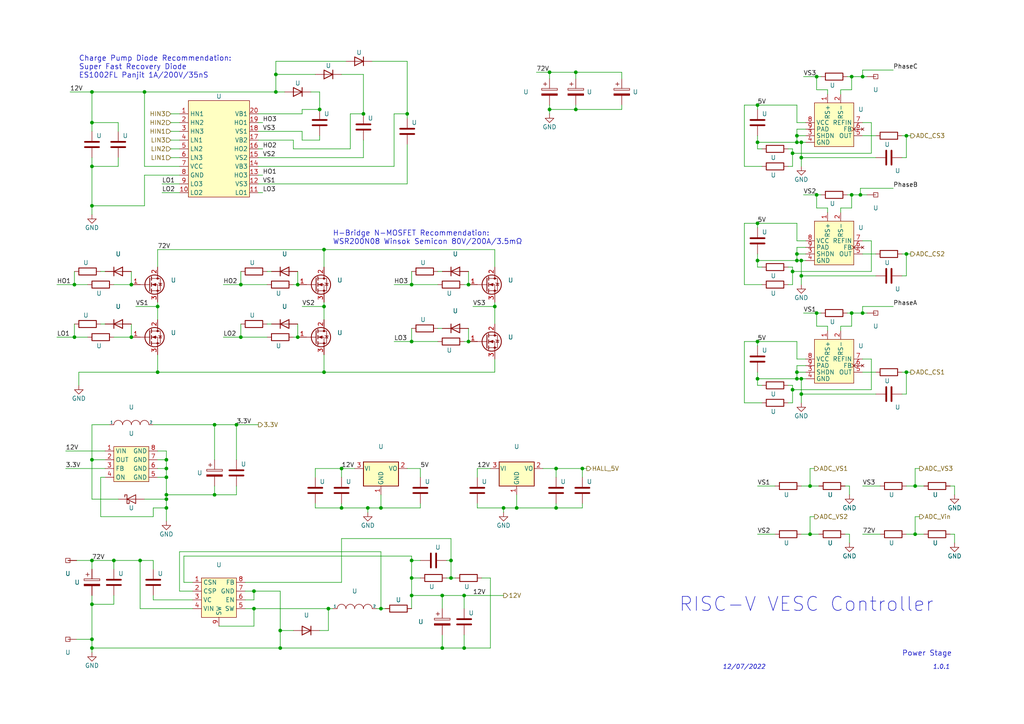
<source format=kicad_sch>
(kicad_sch (version 20220404) (generator eeschema)
  (paper "A4")
  (junction (at 48.26 143.51))
  (junction (at 69.85 82.55))
  (junction (at 250.19 90.805))
  (junction (at 62.23 123.19))
  (junction (at 26.67 133.35))
  (junction (at 134.62 172.72))
  (junction (at 69.85 97.79))
  (junction (at 167.005 31.75))
  (junction (at 62.23 143.51))
  (junction (at 229.87 78.74))
  (junction (at 236.855 90.805))
  (junction (at 119.38 99.06))
  (junction (at 231.14 75.565))
  (junction (at 48.26 144.78))
  (junction (at 236.855 22.225))
  (junction (at 219.71 99.06))
  (junction (at 265.43 154.94))
  (junction (at 219.71 109.855))
  (junction (at 118.11 33.02))
  (junction (at 38.1 82.55))
  (junction (at 110.49 147.32))
  (junction (at 231.14 109.855))
  (junction (at 21.59 82.55))
  (junction (at 45.72 107.95))
  (junction (at 232.41 75.565))
  (junction (at 73.66 176.53))
  (junction (at 93.98 72.39))
  (junction (at 86.36 82.55))
  (junction (at 262.89 39.37))
  (junction (at 262.89 107.95))
  (junction (at 232.41 114.3))
  (junction (at 95.25 176.53))
  (junction (at 110.49 176.53))
  (junction (at 92.71 31.75))
  (junction (at 247.015 22.225))
  (junction (at 265.43 140.97))
  (junction (at 119.38 172.72))
  (junction (at 130.81 162.56))
  (junction (at 231.14 107.95))
  (junction (at 161.29 135.89))
  (junction (at 68.58 123.19))
  (junction (at 48.26 135.89))
  (junction (at 86.36 97.79))
  (junction (at 21.59 97.79))
  (junction (at 249.555 56.515))
  (junction (at 93.98 107.95))
  (junction (at 119.38 162.56))
  (junction (at 26.67 175.26))
  (junction (at 146.05 147.32))
  (junction (at 119.38 167.64))
  (junction (at 250.19 22.225))
  (junction (at 229.87 113.03))
  (junction (at 262.89 73.66))
  (junction (at 159.385 20.955))
  (junction (at 26.67 185.42))
  (junction (at 99.06 147.32))
  (junction (at 80.01 21.59))
  (junction (at 41.91 26.67))
  (junction (at 119.38 82.55))
  (junction (at 149.86 147.32))
  (junction (at 48.26 147.32))
  (junction (at 236.855 56.515))
  (junction (at 80.01 26.67))
  (junction (at 26.67 187.96))
  (junction (at 234.95 154.94))
  (junction (at 99.06 135.89))
  (junction (at 219.71 30.48))
  (junction (at 232.41 45.72))
  (junction (at 105.41 33.02))
  (junction (at 128.27 172.72))
  (junction (at 135.89 82.55))
  (junction (at 38.1 97.79))
  (junction (at 128.27 187.96))
  (junction (at 106.68 147.32))
  (junction (at 48.26 133.35))
  (junction (at 130.81 167.64))
  (junction (at 135.89 99.06))
  (junction (at 33.02 162.56))
  (junction (at 232.41 80.01))
  (junction (at 231.14 41.275))
  (junction (at 26.67 48.26))
  (junction (at 26.67 35.56))
  (junction (at 73.66 171.45))
  (junction (at 45.72 88.9))
  (junction (at 247.015 90.805))
  (junction (at 168.91 135.89))
  (junction (at 81.28 182.88))
  (junction (at 232.41 109.855))
  (junction (at 219.71 75.565))
  (junction (at 134.62 187.96))
  (junction (at 234.95 140.97))
  (junction (at 219.71 41.275))
  (junction (at 40.64 162.56))
  (junction (at 143.51 88.9))
  (junction (at 247.015 56.515))
  (junction (at 26.67 59.69))
  (junction (at 231.14 39.37))
  (junction (at 231.14 73.66))
  (junction (at 167.005 20.955))
  (junction (at 81.28 187.96))
  (junction (at 48.26 138.43))
  (junction (at 26.67 26.67))
  (junction (at 229.87 44.45))
  (junction (at 159.385 31.75))
  (junction (at 26.67 162.56))
  (junction (at 93.98 88.9))
  (junction (at 219.71 64.77))
  (junction (at 232.41 41.275))
  (junction (at 161.29 147.32))
  (wire (pts (xy 247.015 22.225) (xy 250.19 22.225)))
  (wire (pts (xy 26.67 165.1) (xy 26.67 162.56)))
  (wire (pts (xy 105.41 45.72) (xy 105.41 40.64)))
  (wire (pts (xy 231.14 39.37) (xy 231.14 41.275)))
  (wire (pts (xy 275.59 140.97) (xy 276.86 140.97)))
  (wire (pts (xy 30.48 133.35) (xy 26.67 133.35)))
  (wire (pts (xy 26.67 172.72) (xy 26.67 175.26)))
  (wire (pts (xy 77.47 78.74) (xy 78.74 78.74)))
  (wire (pts (xy 262.89 39.37) (xy 264.16 39.37)))
  (wire (pts (xy 180.34 31.75) (xy 167.005 31.75)))
  (wire (pts (xy 77.47 82.55) (xy 69.85 82.55)))
  (wire (pts (xy 247.015 90.805) (xy 245.745 90.805)))
  (wire (pts (xy 220.98 77.47) (xy 219.71 77.47)))
  (wire (pts (xy 229.87 44.45) (xy 229.87 48.26)))
  (wire (pts (xy 229.87 43.18) (xy 228.6 43.18)))
  (wire (pts (xy 232.41 41.275) (xy 233.68 41.275)))
  (wire (pts (xy 231.14 64.77) (xy 219.71 64.77)))
  (wire (pts (xy 101.6 33.02) (xy 105.41 33.02)))
  (wire (pts (xy 29.21 78.74) (xy 30.48 78.74)))
  (wire (pts (xy 69.85 97.79) (xy 77.47 97.79)))
  (wire (pts (xy 236.855 22.225) (xy 238.125 22.225)))
  (wire (pts (xy 71.12 176.53) (xy 73.66 176.53)))
  (wire (pts (xy 240.03 61.595) (xy 240.03 60.325)))
  (wire (pts (xy 95.25 176.53) (xy 96.52 176.53)))
  (wire (pts (xy 275.59 154.94) (xy 276.86 154.94)))
  (wire (pts (xy 167.005 31.75) (xy 159.385 31.75)))
  (wire (pts (xy 265.43 154.94) (xy 267.97 154.94)))
  (wire (pts (xy 220.98 116.84) (xy 215.9 116.84)))
  (wire (pts (xy 100.33 17.78) (xy 80.01 17.78)))
  (wire (pts (xy 250.19 73.66) (xy 254 73.66)))
  (wire (pts (xy 73.66 176.53) (xy 95.25 176.53)))
  (wire (pts (xy 134.62 99.06) (xy 135.89 99.06)))
  (wire (pts (xy 240.03 95.885) (xy 240.03 94.615)))
  (wire (pts (xy 231.14 109.855) (xy 232.41 109.855)))
  (wire (pts (xy 49.53 45.72) (xy 52.07 45.72)))
  (wire (pts (xy 22.225 162.56) (xy 26.67 162.56)))
  (wire (pts (xy 68.58 123.19) (xy 62.23 123.19)))
  (wire (pts (xy 247.015 94.615) (xy 247.015 90.805)))
  (wire (pts (xy 74.93 55.88) (xy 76.2 55.88)))
  (wire (pts (xy 262.89 107.95) (xy 262.89 114.3)))
  (wire (pts (xy 119.38 172.72) (xy 119.38 167.64)))
  (wire (pts (xy 99.06 156.21) (xy 130.81 156.21)))
  (wire (pts (xy 74.93 43.18) (xy 76.2 43.18)))
  (wire (pts (xy 41.91 59.69) (xy 41.91 50.8)))
  (wire (pts (xy 159.385 30.48) (xy 159.385 31.75)))
  (wire (pts (xy 62.23 143.51) (xy 48.26 143.51)))
  (wire (pts (xy 21.59 78.74) (xy 21.59 82.55)))
  (wire (pts (xy 254 45.72) (xy 232.41 45.72)))
  (wire (pts (xy 262.89 73.66) (xy 264.16 73.66)))
  (wire (pts (xy 261.62 107.95) (xy 262.89 107.95)))
  (wire (pts (xy 44.45 173.99) (xy 55.88 173.99)))
  (wire (pts (xy 71.12 168.91) (xy 99.06 168.91)))
  (wire (pts (xy 219.71 30.48) (xy 219.71 31.75)))
  (wire (pts (xy 93.98 72.39) (xy 93.98 77.47)))
  (wire (pts (xy 80.01 17.78) (xy 80.01 21.59)))
  (wire (pts (xy 232.41 45.72) (xy 232.41 41.275)))
  (wire (pts (xy 220.98 48.26) (xy 215.9 48.26)))
  (wire (pts (xy 52.07 160.02) (xy 52.07 171.45)))
  (wire (pts (xy 262.89 73.66) (xy 262.89 80.01)))
  (wire (pts (xy 38.1 93.98) (xy 38.1 97.79)))
  (wire (pts (xy 231.14 71.755) (xy 231.14 73.66)))
  (wire (pts (xy 236.22 149.86) (xy 234.95 149.86)))
  (wire (pts (xy 161.29 135.89) (xy 168.91 135.89)))
  (wire (pts (xy 240.03 94.615) (xy 236.855 94.615)))
  (wire (pts (xy 21.59 82.55) (xy 25.4 82.55)))
  (wire (pts (xy 44.45 162.56) (xy 40.64 162.56)))
  (wire (pts (xy 48.26 133.35) (xy 48.26 135.89)))
  (wire (pts (xy 45.72 87.63) (xy 45.72 88.9)))
  (wire (pts (xy 250.19 140.97) (xy 255.27 140.97)))
  (wire (pts (xy 231.14 69.85) (xy 231.14 64.77)))
  (wire (pts (xy 219.71 41.275) (xy 219.71 43.18)))
  (wire (pts (xy 87.63 38.1) (xy 87.63 40.64)))
  (wire (pts (xy 80.01 26.67) (xy 82.55 26.67)))
  (wire (pts (xy 109.22 176.53) (xy 110.49 176.53)))
  (wire (pts (xy 247.015 56.515) (xy 245.745 56.515)))
  (wire (pts (xy 143.51 88.9) (xy 143.51 93.98)))
  (wire (pts (xy 233.68 106.045) (xy 231.14 106.045)))
  (wire (pts (xy 68.58 140.97) (xy 68.58 143.51)))
  (wire (pts (xy 168.91 146.05) (xy 168.91 147.32)))
  (wire (pts (xy 45.72 72.39) (xy 45.72 77.47)))
  (wire (pts (xy 155.575 20.955) (xy 159.385 20.955)))
  (wire (pts (xy 243.84 94.615) (xy 247.015 94.615)))
  (wire (pts (xy 143.51 87.63) (xy 143.51 88.9)))
  (wire (pts (xy 119.38 95.25) (xy 119.38 99.06)))
  (wire (pts (xy 243.84 95.885) (xy 243.84 94.615)))
  (wire (pts (xy 52.07 171.45) (xy 55.88 171.45)))
  (wire (pts (xy 142.24 187.96) (xy 134.62 187.96)))
  (wire (pts (xy 110.49 176.53) (xy 110.49 160.02)))
  (wire (pts (xy 114.3 48.26) (xy 114.3 33.02)))
  (wire (pts (xy 119.38 176.53) (xy 119.38 172.72)))
  (wire (pts (xy 68.58 133.35) (xy 68.58 123.19)))
  (wire (pts (xy 161.29 147.32) (xy 149.86 147.32)))
  (wire (pts (xy 262.89 140.97) (xy 265.43 140.97)))
  (wire (pts (xy 99.06 135.89) (xy 102.87 135.89)))
  (wire (pts (xy 128.27 184.15) (xy 128.27 187.96)))
  (wire (pts (xy 143.51 72.39) (xy 143.51 77.47)))
  (wire (pts (xy 48.26 143.51) (xy 48.26 138.43)))
  (wire (pts (xy 119.38 82.55) (xy 127 82.55)))
  (wire (pts (xy 130.81 167.64) (xy 132.08 167.64)))
  (wire (pts (xy 34.29 45.72) (xy 34.29 48.26)))
  (wire (pts (xy 121.92 146.05) (xy 121.92 147.32)))
  (wire (pts (xy 232.41 114.3) (xy 232.41 116.84)))
  (wire (pts (xy 167.005 30.48) (xy 167.005 31.75)))
  (wire (pts (xy 233.68 37.465) (xy 231.14 37.465)))
  (wire (pts (xy 119.38 167.64) (xy 119.38 162.56)))
  (wire (pts (xy 232.41 80.01) (xy 232.41 82.55)))
  (wire (pts (xy 73.66 171.45) (xy 81.28 171.45)))
  (wire (pts (xy 249.555 54.61) (xy 249.555 56.515)))
  (wire (pts (xy 219.71 75.565) (xy 219.71 77.47)))
  (wire (pts (xy 85.09 43.18) (xy 101.6 43.18)))
  (wire (pts (xy 92.71 26.67) (xy 92.71 31.75)))
  (wire (pts (xy 99.06 146.05) (xy 99.06 147.32)))
  (wire (pts (xy 26.67 123.19) (xy 31.75 123.19)))
  (wire (pts (xy 138.43 135.89) (xy 142.24 135.89)))
  (wire (pts (xy 137.16 88.9) (xy 143.51 88.9)))
  (wire (pts (xy 26.67 185.42) (xy 26.67 187.96)))
  (wire (pts (xy 81.28 171.45) (xy 81.28 182.88)))
  (wire (pts (xy 91.44 147.32) (xy 99.06 147.32)))
  (wire (pts (xy 127 95.25) (xy 128.27 95.25)))
  (wire (pts (xy 234.95 140.97) (xy 237.49 140.97)))
  (wire (pts (xy 86.36 78.74) (xy 86.36 82.55)))
  (wire (pts (xy 33.02 162.56) (xy 33.02 165.1)))
  (wire (pts (xy 48.26 144.78) (xy 48.26 143.51)))
  (wire (pts (xy 231.14 35.56) (xy 231.14 30.48)))
  (wire (pts (xy 48.26 147.32) (xy 48.26 151.13)))
  (wire (pts (xy 229.87 111.76) (xy 228.6 111.76)))
  (wire (pts (xy 44.45 172.72) (xy 44.45 173.99)))
  (wire (pts (xy 44.45 149.86) (xy 44.45 147.32)))
  (wire (pts (xy 236.855 60.325) (xy 236.855 56.515)))
  (wire (pts (xy 49.53 40.64) (xy 52.07 40.64)))
  (wire (pts (xy 40.64 176.53) (xy 55.88 176.53)))
  (wire (pts (xy 87.63 33.02) (xy 87.63 31.75)))
  (wire (pts (xy 245.11 140.97) (xy 246.38 140.97)))
  (wire (pts (xy 46.99 55.88) (xy 52.07 55.88)))
  (wire (pts (xy 128.27 176.53) (xy 128.27 172.72)))
  (wire (pts (xy 247.015 90.805) (xy 250.19 90.805)))
  (wire (pts (xy 233.68 104.14) (xy 231.14 104.14)))
  (wire (pts (xy 118.11 34.29) (xy 118.11 33.02)))
  (wire (pts (xy 232.41 114.3) (xy 232.41 109.855)))
  (wire (pts (xy 231.14 39.37) (xy 233.68 39.37)))
  (wire (pts (xy 26.67 59.69) (xy 26.67 62.23)))
  (wire (pts (xy 64.77 82.55) (xy 69.85 82.55)))
  (wire (pts (xy 119.38 162.56) (xy 119.38 161.29)))
  (wire (pts (xy 26.67 48.26) (xy 26.67 59.69)))
  (wire (pts (xy 119.38 162.56) (xy 121.92 162.56)))
  (wire (pts (xy 86.36 93.98) (xy 86.36 97.79)))
  (wire (pts (xy 49.53 43.18) (xy 52.07 43.18)))
  (wire (pts (xy 159.385 20.955) (xy 159.385 22.86)))
  (wire (pts (xy 29.21 138.43) (xy 29.21 149.86)))
  (wire (pts (xy 22.86 107.95) (xy 45.72 107.95)))
  (wire (pts (xy 262.89 39.37) (xy 262.89 45.72)))
  (wire (pts (xy 161.29 135.89) (xy 157.48 135.89)))
  (wire (pts (xy 99.06 168.91) (xy 99.06 156.21)))
  (wire (pts (xy 135.89 78.74) (xy 135.89 82.55)))
  (wire (pts (xy 45.72 72.39) (xy 93.98 72.39)))
  (wire (pts (xy 232.41 140.97) (xy 234.95 140.97)))
  (wire (pts (xy 276.86 154.94) (xy 276.86 157.48)))
  (wire (pts (xy 46.99 53.34) (xy 52.07 53.34)))
  (wire (pts (xy 247.015 56.515) (xy 249.555 56.515)))
  (wire (pts (xy 34.29 38.1) (xy 34.29 35.56)))
  (wire (pts (xy 139.7 167.64) (xy 142.24 167.64)))
  (wire (pts (xy 64.77 97.79) (xy 69.85 97.79)))
  (wire (pts (xy 73.66 173.99) (xy 73.66 171.45)))
  (wire (pts (xy 250.19 69.85) (xy 252.73 69.85)))
  (wire (pts (xy 220.98 43.18) (xy 219.71 43.18)))
  (wire (pts (xy 68.58 123.19) (xy 74.93 123.19)))
  (wire (pts (xy 101.6 43.18) (xy 101.6 33.02)))
  (wire (pts (xy 22.225 185.42) (xy 26.67 185.42)))
  (wire (pts (xy 119.38 78.74) (xy 119.38 82.55)))
  (wire (pts (xy 265.43 135.89) (xy 265.43 140.97)))
  (wire (pts (xy 219.71 73.66) (xy 219.71 75.565)))
  (wire (pts (xy 220.98 111.76) (xy 219.71 111.76)))
  (wire (pts (xy 262.89 154.94) (xy 265.43 154.94)))
  (wire (pts (xy 85.09 97.79) (xy 86.36 97.79)))
  (wire (pts (xy 252.73 113.03) (xy 229.87 113.03)))
  (wire (pts (xy 74.93 53.34) (xy 118.11 53.34)))
  (wire (pts (xy 265.43 140.97) (xy 267.97 140.97)))
  (wire (pts (xy 110.49 176.53) (xy 111.76 176.53)))
  (wire (pts (xy 52.07 48.26) (xy 41.91 48.26)))
  (wire (pts (xy 250.19 35.56) (xy 252.73 35.56)))
  (wire (pts (xy 41.91 50.8) (xy 52.07 50.8)))
  (wire (pts (xy 219.71 140.97) (xy 224.79 140.97)))
  (wire (pts (xy 110.49 147.32) (xy 106.68 147.32)))
  (wire (pts (xy 247.015 26.035) (xy 247.015 22.225)))
  (wire (pts (xy 45.72 107.95) (xy 93.98 107.95)))
  (wire (pts (xy 232.41 75.565) (xy 233.68 75.565)))
  (wire (pts (xy 250.19 90.805) (xy 251.46 90.805)))
  (wire (pts (xy 85.09 82.55) (xy 86.36 82.55)))
  (wire (pts (xy 53.34 161.29) (xy 53.34 168.91)))
  (wire (pts (xy 233.045 90.805) (xy 236.855 90.805)))
  (wire (pts (xy 245.11 154.94) (xy 246.38 154.94)))
  (wire (pts (xy 254 114.3) (xy 232.41 114.3)))
  (wire (pts (xy 219.71 107.95) (xy 219.71 109.855)))
  (wire (pts (xy 134.62 184.15) (xy 134.62 187.96)))
  (wire (pts (xy 138.43 147.32) (xy 146.05 147.32)))
  (wire (pts (xy 250.19 20.32) (xy 250.19 22.225)))
  (wire (pts (xy 130.81 156.21) (xy 130.81 162.56)))
  (wire (pts (xy 134.62 176.53) (xy 134.62 172.72)))
  (wire (pts (xy 74.93 45.72) (xy 105.41 45.72)))
  (wire (pts (xy 49.53 33.02) (xy 52.07 33.02)))
  (wire (pts (xy 231.14 107.95) (xy 231.14 109.855)))
  (wire (pts (xy 243.84 60.325) (xy 247.015 60.325)))
  (wire (pts (xy 252.73 78.74) (xy 229.87 78.74)))
  (wire (pts (xy 252.73 69.85) (xy 252.73 78.74)))
  (wire (pts (xy 91.44 138.43) (xy 91.44 135.89)))
  (wire (pts (xy 71.12 171.45) (xy 73.66 171.45)))
  (wire (pts (xy 233.045 56.515) (xy 236.855 56.515)))
  (wire (pts (xy 118.11 17.78) (xy 118.11 33.02)))
  (wire (pts (xy 261.62 73.66) (xy 262.89 73.66)))
  (wire (pts (xy 26.67 133.35) (xy 26.67 123.19)))
  (wire (pts (xy 161.29 138.43) (xy 161.29 135.89)))
  (wire (pts (xy 252.73 35.56) (xy 252.73 44.45)))
  (wire (pts (xy 231.14 41.275) (xy 232.41 41.275)))
  (wire (pts (xy 20.32 26.67) (xy 26.67 26.67)))
  (wire (pts (xy 231.14 99.06) (xy 219.71 99.06)))
  (wire (pts (xy 143.51 104.14) (xy 143.51 107.95)))
  (wire (pts (xy 232.41 45.72) (xy 232.41 48.26)))
  (wire (pts (xy 262.89 80.01) (xy 261.62 80.01)))
  (wire (pts (xy 21.59 93.98) (xy 21.59 97.79)))
  (wire (pts (xy 92.71 182.88) (xy 95.25 182.88)))
  (wire (pts (xy 233.68 69.85) (xy 231.14 69.85)))
  (wire (pts (xy 91.44 135.89) (xy 99.06 135.89)))
  (wire (pts (xy 33.02 97.79) (xy 38.1 97.79)))
  (wire (pts (xy 229.87 44.45) (xy 229.87 43.18)))
  (wire (pts (xy 29.21 149.86) (xy 44.45 149.86)))
  (wire (pts (xy 236.855 90.805) (xy 238.125 90.805)))
  (wire (pts (xy 33.02 172.72) (xy 33.02 175.26)))
  (wire (pts (xy 236.22 135.89) (xy 234.95 135.89)))
  (wire (pts (xy 233.68 35.56) (xy 231.14 35.56)))
  (wire (pts (xy 138.43 138.43) (xy 138.43 135.89)))
  (wire (pts (xy 95.25 182.88) (xy 95.25 176.53)))
  (wire (pts (xy 240.03 60.325) (xy 236.855 60.325)))
  (wire (pts (xy 228.6 48.26) (xy 229.87 48.26)))
  (wire (pts (xy 99.06 138.43) (xy 99.06 135.89)))
  (wire (pts (xy 33.02 82.55) (xy 38.1 82.55)))
  (wire (pts (xy 229.87 78.74) (xy 229.87 77.47)))
  (wire (pts (xy 119.38 99.06) (xy 127 99.06)))
  (wire (pts (xy 243.84 26.035) (xy 247.015 26.035)))
  (wire (pts (xy 266.7 149.86) (xy 265.43 149.86)))
  (wire (pts (xy 215.9 48.26) (xy 215.9 30.48)))
  (wire (pts (xy 146.05 147.32) (xy 146.05 148.59)))
  (wire (pts (xy 48.26 144.78) (xy 48.26 147.32)))
  (wire (pts (xy 250.19 22.225) (xy 251.46 22.225)))
  (wire (pts (xy 167.005 22.86) (xy 167.005 20.955)))
  (wire (pts (xy 62.23 123.19) (xy 44.45 123.19)))
  (wire (pts (xy 168.91 135.89) (xy 168.91 138.43)))
  (wire (pts (xy 129.54 167.64) (xy 130.81 167.64)))
  (wire (pts (xy 168.91 135.89) (xy 170.18 135.89)))
  (wire (pts (xy 26.67 175.26) (xy 26.67 185.42)))
  (wire (pts (xy 243.84 61.595) (xy 243.84 60.325)))
  (wire (pts (xy 259.08 54.61) (xy 249.555 54.61)))
  (wire (pts (xy 41.91 48.26) (xy 41.91 26.67)))
  (wire (pts (xy 233.68 71.755) (xy 231.14 71.755)))
  (wire (pts (xy 62.23 133.35) (xy 62.23 123.19)))
  (wire (pts (xy 262.89 107.95) (xy 264.16 107.95)))
  (wire (pts (xy 234.95 135.89) (xy 234.95 140.97)))
  (wire (pts (xy 249.555 56.515) (xy 251.46 56.515)))
  (wire (pts (xy 240.03 27.305) (xy 240.03 26.035)))
  (wire (pts (xy 93.98 88.9) (xy 93.98 92.71)))
  (wire (pts (xy 236.855 56.515) (xy 238.125 56.515)))
  (wire (pts (xy 234.95 149.86) (xy 234.95 154.94)))
  (wire (pts (xy 53.34 168.91) (xy 55.88 168.91)))
  (wire (pts (xy 48.26 138.43) (xy 45.72 138.43)))
  (wire (pts (xy 110.49 143.51) (xy 110.49 147.32)))
  (wire (pts (xy 259.08 20.32) (xy 250.19 20.32)))
  (wire (pts (xy 39.37 88.9) (xy 45.72 88.9)))
  (wire (pts (xy 87.63 88.9) (xy 93.98 88.9)))
  (wire (pts (xy 69.85 82.55) (xy 69.85 78.74)))
  (wire (pts (xy 128.27 172.72) (xy 119.38 172.72)))
  (wire (pts (xy 26.67 35.56) (xy 26.67 38.1)))
  (wire (pts (xy 142.24 167.64) (xy 142.24 187.96)))
  (wire (pts (xy 74.93 38.1) (xy 87.63 38.1)))
  (wire (pts (xy 45.72 102.87) (xy 45.72 107.95)))
  (wire (pts (xy 232.41 80.01) (xy 232.41 75.565)))
  (wire (pts (xy 69.85 93.98) (xy 69.85 97.79)))
  (wire (pts (xy 231.14 104.14) (xy 231.14 99.06)))
  (wire (pts (xy 33.02 175.26) (xy 26.67 175.26)))
  (wire (pts (xy 134.62 187.96) (xy 128.27 187.96)))
  (wire (pts (xy 246.38 140.97) (xy 246.38 143.51)))
  (wire (pts (xy 252.73 104.14) (xy 252.73 113.03)))
  (wire (pts (xy 74.93 40.64) (xy 85.09 40.64)))
  (wire (pts (xy 215.9 99.06) (xy 219.71 99.06)))
  (wire (pts (xy 91.44 21.59) (xy 80.01 21.59)))
  (wire (pts (xy 26.67 144.78) (xy 26.67 133.35)))
  (wire (pts (xy 161.29 146.05) (xy 161.29 147.32)))
  (wire (pts (xy 105.41 21.59) (xy 105.41 33.02)))
  (wire (pts (xy 215.9 30.48) (xy 219.71 30.48)))
  (wire (pts (xy 26.67 26.67) (xy 41.91 26.67)))
  (wire (pts (xy 266.7 135.89) (xy 265.43 135.89)))
  (wire (pts (xy 180.34 30.48) (xy 180.34 31.75)))
  (wire (pts (xy 29.21 93.98) (xy 30.48 93.98)))
  (wire (pts (xy 34.29 48.26) (xy 26.67 48.26)))
  (wire (pts (xy 252.73 44.45) (xy 229.87 44.45)))
  (wire (pts (xy 16.51 82.55) (xy 21.59 82.55)))
  (wire (pts (xy 243.84 27.305) (xy 243.84 26.035)))
  (wire (pts (xy 93.98 107.95) (xy 143.51 107.95)))
  (wire (pts (xy 45.72 130.81) (xy 48.26 130.81)))
  (wire (pts (xy 81.28 187.96) (xy 81.28 182.88)))
  (wire (pts (xy 107.95 17.78) (xy 118.11 17.78)))
  (wire (pts (xy 93.98 107.95) (xy 93.98 102.87)))
  (wire (pts (xy 240.03 26.035) (xy 236.855 26.035)))
  (wire (pts (xy 219.71 109.855) (xy 219.71 111.76)))
  (wire (pts (xy 48.26 130.81) (xy 48.26 133.35)))
  (wire (pts (xy 215.9 64.77) (xy 219.71 64.77)))
  (wire (pts (xy 250.19 104.14) (xy 252.73 104.14)))
  (wire (pts (xy 250.19 154.94) (xy 255.27 154.94)))
  (wire (pts (xy 254 80.01) (xy 232.41 80.01)))
  (wire (pts (xy 229.87 78.74) (xy 229.87 82.55)))
  (wire (pts (xy 74.93 48.26) (xy 114.3 48.26)))
  (wire (pts (xy 114.3 99.06) (xy 119.38 99.06)))
  (wire (pts (xy 247.015 22.225) (xy 245.745 22.225)))
  (wire (pts (xy 219.71 109.855) (xy 231.14 109.855)))
  (wire (pts (xy 127 78.74) (xy 128.27 78.74)))
  (wire (pts (xy 233.045 22.225) (xy 236.855 22.225)))
  (wire (pts (xy 40.64 162.56) (xy 33.02 162.56)))
  (wire (pts (xy 114.3 33.02) (xy 118.11 33.02)))
  (wire (pts (xy 231.14 107.95) (xy 233.68 107.95)))
  (wire (pts (xy 45.72 133.35) (xy 48.26 133.35)))
  (wire (pts (xy 250.19 39.37) (xy 254 39.37)))
  (wire (pts (xy 68.58 143.51) (xy 62.23 143.51)))
  (wire (pts (xy 92.71 40.64) (xy 92.71 39.37)))
  (wire (pts (xy 229.87 77.47) (xy 228.6 77.47)))
  (wire (pts (xy 80.01 21.59) (xy 80.01 26.67)))
  (wire (pts (xy 231.14 37.465) (xy 231.14 39.37)))
  (wire (pts (xy 49.53 35.56) (xy 52.07 35.56)))
  (wire (pts (xy 26.67 45.72) (xy 26.67 48.26)))
  (wire (pts (xy 134.62 82.55) (xy 135.89 82.55)))
  (wire (pts (xy 135.89 95.25) (xy 135.89 99.06)))
  (wire (pts (xy 231.14 75.565) (xy 232.41 75.565)))
  (wire (pts (xy 129.54 162.56) (xy 130.81 162.56)))
  (wire (pts (xy 228.6 82.55) (xy 229.87 82.55)))
  (wire (pts (xy 49.53 38.1) (xy 52.07 38.1)))
  (wire (pts (xy 261.62 39.37) (xy 262.89 39.37)))
  (wire (pts (xy 26.67 187.96) (xy 81.28 187.96)))
  (wire (pts (xy 106.68 147.32) (xy 106.68 148.59)))
  (wire (pts (xy 71.12 173.99) (xy 73.66 173.99)))
  (wire (pts (xy 73.66 181.61) (xy 73.66 176.53)))
  (wire (pts (xy 232.41 109.855) (xy 233.68 109.855)))
  (wire (pts (xy 231.14 30.48) (xy 219.71 30.48)))
  (wire (pts (xy 81.28 182.88) (xy 85.09 182.88)))
  (wire (pts (xy 229.87 113.03) (xy 229.87 111.76)))
  (wire (pts (xy 93.98 72.39) (xy 143.51 72.39)))
  (wire (pts (xy 250.19 107.95) (xy 254 107.95)))
  (wire (pts (xy 77.47 93.98) (xy 78.74 93.98)))
  (wire (pts (xy 45.72 135.89) (xy 48.26 135.89)))
  (wire (pts (xy 246.38 154.94) (xy 246.38 157.48)))
  (wire (pts (xy 220.98 82.55) (xy 215.9 82.55)))
  (wire (pts (xy 87.63 40.64) (xy 92.71 40.64)))
  (wire (pts (xy 231.14 106.045) (xy 231.14 107.95)))
  (wire (pts (xy 134.62 172.72) (xy 146.05 172.72)))
  (wire (pts (xy 138.43 146.05) (xy 138.43 147.32)))
  (wire (pts (xy 134.62 172.72) (xy 128.27 172.72)))
  (wire (pts (xy 93.98 87.63) (xy 93.98 88.9)))
  (wire (pts (xy 16.51 97.79) (xy 21.59 97.79)))
  (wire (pts (xy 41.91 144.78) (xy 48.26 144.78)))
  (wire (pts (xy 74.93 50.8) (xy 76.2 50.8)))
  (wire (pts (xy 159.385 20.955) (xy 167.005 20.955)))
  (wire (pts (xy 99.06 21.59) (xy 105.41 21.59)))
  (wire (pts (xy 99.06 147.32) (xy 106.68 147.32)))
  (wire (pts (xy 19.05 135.89) (xy 30.48 135.89)))
  (wire (pts (xy 234.95 154.94) (xy 237.49 154.94)))
  (wire (pts (xy 121.92 135.89) (xy 118.11 135.89)))
  (wire (pts (xy 159.385 31.75) (xy 159.385 33.02)))
  (wire (pts (xy 119.38 161.29) (xy 53.34 161.29)))
  (wire (pts (xy 121.92 147.32) (xy 110.49 147.32)))
  (wire (pts (xy 215.9 116.84) (xy 215.9 99.06)))
  (wire (pts (xy 250.19 88.9) (xy 250.19 90.805)))
  (wire (pts (xy 62.23 140.97) (xy 62.23 143.51)))
  (wire (pts (xy 114.3 82.55) (xy 119.38 82.55)))
  (wire (pts (xy 262.89 114.3) (xy 261.62 114.3)))
  (wire (pts (xy 228.6 116.84) (xy 229.87 116.84)))
  (wire (pts (xy 180.34 22.86) (xy 180.34 20.955)))
  (wire (pts (xy 232.41 154.94) (xy 234.95 154.94)))
  (wire (pts (xy 236.855 26.035) (xy 236.855 22.225)))
  (wire (pts (xy 149.86 147.32) (xy 146.05 147.32)))
  (wire (pts (xy 130.81 162.56) (xy 130.81 167.64)))
  (wire (pts (xy 259.08 88.9) (xy 250.19 88.9)))
  (wire (pts (xy 219.71 41.275) (xy 231.14 41.275)))
  (wire (pts (xy 63.5 181.61) (xy 73.66 181.61)))
  (wire (pts (xy 92.71 26.67) (xy 90.17 26.67)))
  (wire (pts (xy 48.26 135.89) (xy 48.26 138.43)))
  (wire (pts (xy 41.91 26.67) (xy 80.01 26.67)))
  (wire (pts (xy 85.09 40.64) (xy 85.09 43.18)))
  (wire (pts (xy 231.14 73.66) (xy 231.14 75.565)))
  (wire (pts (xy 229.87 113.03) (xy 229.87 116.84)))
  (wire (pts (xy 76.2 35.56) (xy 74.93 35.56)))
  (wire (pts (xy 247.015 60.325) (xy 247.015 56.515)))
  (wire (pts (xy 26.67 187.96) (xy 26.67 189.23)))
  (wire (pts (xy 19.05 130.81) (xy 30.48 130.81)))
  (wire (pts (xy 128.27 187.96) (xy 81.28 187.96)))
  (wire (pts (xy 40.64 176.53) (xy 40.64 162.56)))
  (wire (pts (xy 231.14 73.66) (xy 233.68 73.66)))
  (wire (pts (xy 276.86 140.97) (xy 276.86 143.51)))
  (wire (pts (xy 219.71 154.94) (xy 224.79 154.94)))
  (wire (pts (xy 44.45 165.1) (xy 44.45 162.56)))
  (wire (pts (xy 30.48 138.43) (xy 29.21 138.43)))
  (wire (pts (xy 87.63 31.75) (xy 92.71 31.75)))
  (wire (pts (xy 110.49 160.02) (xy 52.07 160.02)))
  (wire (pts (xy 219.71 39.37) (xy 219.71 41.275)))
  (wire (pts (xy 44.45 147.32) (xy 48.26 147.32)))
  (wire (pts (xy 121.92 138.43) (xy 121.92 135.89)))
  (wire (pts (xy 161.29 147.32) (xy 168.91 147.32)))
  (wire (pts (xy 21.59 97.79) (xy 25.4 97.79)))
  (wire (pts (xy 236.855 94.615) (xy 236.855 90.805)))
  (wire (pts (xy 26.67 162.56) (xy 33.02 162.56)))
  (wire (pts (xy 45.72 88.9) (xy 45.72 92.71)))
  (wire (pts (xy 180.34 20.955) (xy 167.005 20.955)))
  (wire (pts (xy 219.71 75.565) (xy 231.14 75.565)))
  (wire (pts (xy 215.9 82.55) (xy 215.9 64.77)))
  (wire (pts (xy 265.43 149.86) (xy 265.43 154.94)))
  (wire (pts (xy 38.1 78.74) (xy 38.1 82.55)))
  (wire (pts (xy 262.89 45.72) (xy 261.62 45.72)))
  (wire (pts (xy 26.67 59.69) (xy 41.91 59.69)))
  (wire (pts (xy 22.86 107.95) (xy 22.86 111.76)))
  (wire (pts (xy 219.71 99.06) (xy 219.71 100.33)))
  (wire (pts (xy 118.11 41.91) (xy 118.11 53.34)))
  (wire (pts (xy 26.67 26.67) (xy 26.67 35.56)))
  (wire (pts (xy 34.29 35.56) (xy 26.67 35.56)))
  (wire (pts (xy 219.71 64.77) (xy 219.71 66.04)))
  (wire (pts (xy 91.44 146.05) (xy 91.44 147.32)))
  (wire (pts (xy 26.67 144.78) (xy 34.29 144.78)))
  (wire (pts (xy 74.93 33.02) (xy 87.63 33.02)))
  (wire (pts (xy 119.38 167.64) (xy 121.92 167.64)))
  (wire (pts (xy 149.86 143.51) (xy 149.86 147.32)))
  (text "Charge Pump Diode Recommendation:\nSuper Fast Recovery Diode\nES1002FL Panjit 1A/200V/35nS\n" (at 22.86 22.86 0) (effects (font (size 1.524 1.524)) (justify left bottom)))
  (text "1.0.1" (at 270.51 194.31 0) (effects (font (size 1.27 1.27) italic) (justify left bottom)))
  (text "H-Bridge N-MOSFET Recommendation:\nWSR200N08 Winsok Semicon 80V/200A/3.5mΩ" (at 96.52 71.12 0) (effects (font (size 1.524 1.524)) (justify left bottom)))
  (text "12/07/2022" (at 209.55 194.31 0) (effects (font (size 1.27 1.27) italic) (justify left bottom)))
  (text "Power Stage" (at 261.62 190.5 0) (effects (font (size 1.524 1.524)) (justify left bottom)))
  (text "RISC-V VESC Controller" (at 196.85 177.8 0) (effects (font (size 4.064 4.064)) (justify left bottom)))
  (label "VS3" (at 137.16 88.9 0))
  (label "5V" (at 219.71 99.06 0))
  (label "12V" (at 138.43 135.89 0))
  (label "VS2" (at 233.045 56.515 0))
  (label "VS3" (at 233.045 22.225 0))
  (label "HO2" (at 76.2 43.18 0))
  (label "5V" (at 219.71 30.48 0))
  (label "LO3" (at 114.3 99.06 0))
  (label "VS1" (at 76.2 53.34 0))
  (label "72V" (at 250.19 154.94 0))
  (label "12V" (at 137.16 172.72 0))
  (label "3.3V" (at 19.05 135.89 0))
  (label "HO3" (at 76.2 35.56 0))
  (label "LO2" (at 46.99 55.88 0))
  (label "VS2" (at 219.71 154.94 0))
  (label "5V" (at 219.71 64.77 0))
  (label "LO1" (at 46.99 53.34 0))
  (label "HO2" (at 64.77 82.55 0))
  (label "VS2" (at 87.63 88.9 0))
  (label "VS2" (at 76.2 45.72 0))
  (label "HO1" (at 16.51 82.55 0))
  (label "5V" (at 121.92 135.89 0))
  (label "12V" (at 99.06 135.89 0))
  (label "PhaseB" (at 259.08 54.61 0))
  (label "LO2" (at 64.77 97.79 0))
  (label "VS1" (at 233.045 90.805 0))
  (label "3.3V" (at 68.58 123.19 0))
  (label "VS3" (at 250.19 140.97 0))
  (label "VS1" (at 39.37 88.9 0))
  (label "PhaseC" (at 259.08 20.32 0))
  (label "12V" (at 20.32 26.67 0))
  (label "VS3" (at 76.2 38.1 0))
  (label "72V" (at 155.575 20.955 0))
  (label "LO1" (at 16.51 97.79 0))
  (label "PhaseA" (at 259.08 88.9 0))
  (label "72V" (at 45.72 72.39 0))
  (label "12V" (at 19.05 130.81 0))
  (label "LO3" (at 76.2 55.88 0))
  (label "VS1" (at 219.71 140.97 0))
  (label "HO1" (at 76.2 50.8 0))
  (label "HO3" (at 114.3 82.55 0))
  (label "72V" (at 26.67 162.56 0))
  (hierarchical_label "ADC_CS3" (shape output) (at 264.16 39.37 0))
  (hierarchical_label "LIN2" (shape input) (at 49.53 43.18 180))
  (hierarchical_label "3.3V" (shape output) (at 74.93 123.19 0))
  (hierarchical_label "LIN3" (shape input) (at 49.53 40.64 180))
  (hierarchical_label "LIN1" (shape input) (at 49.53 45.72 180))
  (hierarchical_label "ADC_VS1" (shape output) (at 236.22 135.89 0))
  (hierarchical_label "ADC_VS2" (shape output) (at 236.22 149.86 0))
  (hierarchical_label "HIN1" (shape input) (at 49.53 38.1 180))
  (hierarchical_label "ADC_CS1" (shape output) (at 264.16 107.95 0))
  (hierarchical_label "ADC_VS3" (shape output) (at 266.7 135.89 0))
  (hierarchical_label "HIN3" (shape input) (at 49.53 33.02 180))
  (hierarchical_label "ADC_Vin" (shape output) (at 266.7 149.86 0))
  (hierarchical_label "HIN2" (shape input) (at 49.53 35.56 180))
  (hierarchical_label "HALL_5V" (shape output) (at 170.18 135.89 0))
  (hierarchical_label "12V" (shape output) (at 146.05 172.72 0))
  (hierarchical_label "ADC_CS2" (shape output) (at 264.16 73.66 0))
  (symbol (lib_id "Device:R") (at 271.78 140.97 90) (unit 1)
    (default_instance (reference "U") (unit 1) (value "") (footprint ""))
    (property "Reference" "U" (at 270.51 143.51 90) (effects (justify right)))
  )
  (symbol (lib_id "Device:C") (at 33.02 168.91 0) (unit 1)
    (default_instance (reference "U") (unit 1) (value "") (footprint ""))
    (property "Reference" "U" (at 34.29 166.37 0) (effects (justify left)))
  )
  (symbol (lib_id "Device:C") (at 92.71 35.56 0) (unit 1)
    (default_instance (reference "U") (unit 1) (value "") (footprint ""))
    (property "Reference" "U" (at 93.98 33.02 0) (effects (justify left)))
  )
  (symbol (lib_id "Regulator_Linear:MCP1703A-5002_SOT23") (at 149.86 135.89 0) (unit 1)
    (default_instance (reference "U") (unit 1) (value "") (footprint ""))
    (property "Reference" "U" (at 149.86 129.54 0))
    (property "Datasheet" "http://ww1.microchip.com/downloads/en/DeviceDoc/20005122B.pdf" (effects hide))
  )
  (symbol (lib_id "Device:R") (at 259.08 140.97 90) (unit 1)
    (default_instance (reference "U") (unit 1) (value "") (footprint ""))
    (property "Reference" "U" (at 257.81 143.51 90) (effects (justify right)))
  )
  (symbol (lib_name "CON-T_4") (lib_id "BLDC_Library:CON-T") (at 251.46 56.515 0) (mirror y) (unit 1)
    (default_instance (reference "U") (unit 1) (value "") (footprint ""))
    (property "Reference" "U" (at 254 60.325 0))
  )
  (symbol (lib_id "Device:R") (at 228.6 140.97 90) (unit 1)
    (default_instance (reference "U") (unit 1) (value "") (footprint ""))
    (property "Reference" "U" (at 227.33 143.51 90) (effects (justify right)))
  )
  (symbol (lib_id "Device:C") (at 257.81 114.3 90) (unit 1)
    (default_instance (reference "U") (unit 1) (value "") (footprint ""))
    (property "Reference" "U" (at 260.35 118.11 90))
  )
  (symbol (lib_id "Device:Q_NMOS_GDS") (at 43.18 82.55 0) (unit 1)
    (default_instance (reference "U") (unit 1) (value "") (footprint ""))
    (property "Reference" "U" (at 49.53 81.2799 0) (effects (justify left)))
  )
  (symbol (lib_id "Diode:PMEG6020AELR") (at 38.1 144.78 0) (unit 1)
    (default_instance (reference "U") (unit 1) (value "") (footprint ""))
    (property "Reference" "U" (at 38.1 147.32 0))
    (property "Datasheet" "https://assets.nexperia.com/documents/data-sheet/PMEG6020AELR.pdf" (effects hide))
  )
  (symbol (lib_id "BLDC_Library:MAX9919") (at 241.935 99.695 0) (unit 1)
    (default_instance (reference "U") (unit 1) (value "") (footprint ""))
    (property "Reference" "U" (at 248.92 100.33 0) (effects (justify left)))
  )
  (symbol (lib_id "Device:C") (at 125.73 162.56 90) (unit 1)
    (default_instance (reference "U") (unit 1) (value "") (footprint ""))
    (property "Reference" "U" (at 127 158.75 90))
  )
  (symbol (lib_id "Device:C") (at 257.81 45.72 90) (unit 1)
    (default_instance (reference "U") (unit 1) (value "") (footprint ""))
    (property "Reference" "U" (at 260.35 49.53 90))
  )
  (symbol (lib_id "Device:Q_NMOS_GDS") (at 91.44 82.55 0) (unit 1)
    (default_instance (reference "U") (unit 1) (value "") (footprint ""))
    (property "Reference" "U" (at 97.79 81.2799 0) (effects (justify left)))
  )
  (symbol (lib_id "Device:R") (at 73.66 78.74 90) (unit 1)
    (default_instance (reference "U") (unit 1) (value "") (footprint ""))
    (property "Reference" "U" (at 72.3899 76.2 90) (effects (justify right)))
  )
  (symbol (lib_id "Device:R") (at 241.935 56.515 90) (unit 1)
    (default_instance (reference "U") (unit 1) (value "") (footprint ""))
    (property "Reference" "U" (at 240.665 59.055 90) (effects (justify right)))
  )
  (symbol (lib_id "Device:C") (at 26.67 41.91 0) (unit 1)
    (default_instance (reference "U") (unit 1) (value "") (footprint ""))
    (property "Reference" "U" (at 27.94 39.37 0) (effects (justify left)))
  )
  (symbol (lib_id "Device:C_Polarized") (at 128.27 180.34 0) (unit 1)
    (default_instance (reference "U") (unit 1) (value "") (footprint ""))
    (property "Reference" "U" (at 121.285 180.34 0) (effects (justify left)))
  )
  (symbol (lib_id "Device:C_Polarized") (at 159.385 26.67 0) (unit 1)
    (default_instance (reference "U") (unit 1) (value "") (footprint ""))
    (property "Reference" "U" (at 151.765 26.67 0) (effects (justify left)))
  )
  (symbol (lib_id "Device:R") (at 271.78 154.94 90) (unit 1)
    (default_instance (reference "U") (unit 1) (value "") (footprint ""))
    (property "Reference" "U" (at 270.51 157.48 90) (effects (justify right)))
  )
  (symbol (lib_id "Diode:US1B") (at 88.9 182.88 180) (unit 1)
    (default_instance (reference "U") (unit 1) (value "") (footprint ""))
    (property "Reference" "U" (at 88.9 178.435 0))
    (property "Datasheet" "https://www.diodes.com/assets/Datasheets/ds16008.pdf" (effects hide))
  )
  (symbol (lib_id "BLDC_Library:XL7046") (at 63.5 172.72 0) (unit 1)
    (default_instance (reference "U") (unit 1) (value "") (footprint ""))
    (property "Reference" "U" (at 63.5 163.83 0))
  )
  (symbol (lib_id "power:GND") (at 232.41 116.84 0) (unit 1)
    (default_instance (reference "U") (unit 1) (value "") (footprint ""))
    (property "Reference" "U" (effects hide))
  )
  (symbol (lib_name "GND_1") (lib_id "power:GND") (at 26.67 62.23 0) (unit 1)
    (default_instance (reference "U") (unit 1) (value "") (footprint ""))
    (property "Reference" "U" (effects hide))
  )
  (symbol (lib_id "Device:R") (at 125.73 167.64 90) (unit 1)
    (default_instance (reference "U") (unit 1) (value "") (footprint ""))
    (property "Reference" "U" (at 124.46 170.18 90) (effects (justify right)))
  )
  (symbol (lib_id "Device:C") (at 134.62 180.34 0) (unit 1)
    (default_instance (reference "U") (unit 1) (value "") (footprint ""))
    (property "Reference" "U" (at 135.89 177.8 0) (effects (justify left)))
  )
  (symbol (lib_id "Regulator_Linear:MCP1703A-5002_SOT23") (at 110.49 135.89 0) (unit 1)
    (default_instance (reference "U") (unit 1) (value "") (footprint ""))
    (property "Reference" "U" (at 110.49 129.54 0))
    (property "Datasheet" "http://ww1.microchip.com/downloads/en/DeviceDoc/20005122B.pdf" (effects hide))
  )
  (symbol (lib_id "Device:R") (at 25.4 93.98 90) (unit 1)
    (default_instance (reference "U") (unit 1) (value "") (footprint ""))
    (property "Reference" "U" (at 24.1299 91.44 90) (effects (justify right)))
  )
  (symbol (lib_id "Device:R") (at 115.57 176.53 90) (unit 1)
    (default_instance (reference "U") (unit 1) (value "") (footprint ""))
    (property "Reference" "U" (at 115.57 173.99 90))
  )
  (symbol (lib_id "Device:C") (at 91.44 142.24 0) (unit 1)
    (default_instance (reference "U") (unit 1) (value "") (footprint ""))
    (property "Reference" "U" (at 92.71 139.7 0) (effects (justify left)))
  )
  (symbol (lib_id "Diode:1N4448W") (at 104.14 17.78 180) (unit 1)
    (default_instance (reference "U") (unit 1) (value "") (footprint ""))
    (property "Reference" "U" (at 104.14 15.24 0))
    (property "Datasheet" "https://www.vishay.com/docs/85722/1n4448w.pdf" (effects hide))
  )
  (symbol (lib_id "Device:C_Polarized") (at 180.34 26.67 0) (unit 1)
    (default_instance (reference "U") (unit 1) (value "") (footprint ""))
    (property "Reference" "U" (at 183.515 26.67 0) (effects (justify left)))
  )
  (symbol (lib_id "power:GND") (at 232.41 82.55 0) (unit 1)
    (default_instance (reference "U") (unit 1) (value "") (footprint ""))
    (property "Reference" "U" (effects hide))
  )
  (symbol (lib_id "Device:C") (at 257.81 80.01 90) (unit 1)
    (default_instance (reference "U") (unit 1) (value "") (footprint ""))
    (property "Reference" "U" (at 260.35 83.82 90))
  )
  (symbol (lib_id "Device:C_Polarized") (at 26.67 168.91 0) (unit 1)
    (default_instance (reference "U") (unit 1) (value "") (footprint ""))
    (property "Reference" "U" (at 21.59 168.91 0) (effects (justify left)))
  )
  (symbol (lib_name "CON-T_3") (lib_id "BLDC_Library:CON-T") (at 251.46 90.805 0) (mirror y) (unit 1)
    (default_instance (reference "U") (unit 1) (value "") (footprint ""))
    (property "Reference" "U" (at 254 94.615 0))
  )
  (symbol (lib_id "Device:C") (at 99.06 142.24 0) (unit 1)
    (default_instance (reference "U") (unit 1) (value "") (footprint ""))
    (property "Reference" "U" (at 100.33 139.7 0) (effects (justify left)))
  )
  (symbol (lib_id "Device:R") (at 123.19 78.74 90) (unit 1)
    (default_instance (reference "U") (unit 1) (value "") (footprint ""))
    (property "Reference" "U" (at 121.9199 76.2 90) (effects (justify right)))
  )
  (symbol (lib_id "Device:C") (at 161.29 142.24 0) (unit 1)
    (default_instance (reference "U") (unit 1) (value "") (footprint ""))
    (property "Reference" "U" (at 162.56 139.7 0) (effects (justify left)))
  )
  (symbol (lib_id "power:GND") (at 232.41 48.26 0) (unit 1)
    (default_instance (reference "U") (unit 1) (value "") (footprint ""))
    (property "Reference" "U" (effects hide))
  )
  (symbol (lib_id "power:GND") (at 246.38 143.51 0) (unit 1)
    (default_instance (reference "U") (unit 1) (value "") (footprint ""))
    (property "Reference" "U" (effects hide))
  )
  (symbol (lib_id "Device:R") (at 241.3 140.97 90) (unit 1)
    (default_instance (reference "U") (unit 1) (value "") (footprint ""))
    (property "Reference" "U" (at 240.03 143.51 90) (effects (justify right)))
  )
  (symbol (lib_id "Device:C") (at 219.71 104.14 0) (unit 1)
    (default_instance (reference "U") (unit 1) (value "") (footprint ""))
    (property "Reference" "U" (at 220.98 101.6 0) (effects (justify left)))
  )
  (symbol (lib_id "pspice:INDUCTOR") (at 102.87 176.53 0) (unit 1)
    (default_instance (reference "U") (unit 1) (value "") (footprint ""))
    (property "Reference" "U" (at 102.87 171.45 0))
  )
  (symbol (lib_id "Device:R") (at 241.3 154.94 90) (unit 1)
    (default_instance (reference "U") (unit 1) (value "") (footprint ""))
    (property "Reference" "U" (at 240.03 157.48 90) (effects (justify right)))
  )
  (symbol (lib_id "power:GND") (at 246.38 157.48 0) (unit 1)
    (default_instance (reference "U") (unit 1) (value "") (footprint ""))
    (property "Reference" "U" (effects hide))
  )
  (symbol (lib_id "power:GND") (at 22.86 111.76 0) (unit 1)
    (default_instance (reference "U") (unit 1) (value "") (footprint ""))
    (property "Reference" "U" (effects hide))
  )
  (symbol (lib_id "Device:C") (at 219.71 69.85 0) (unit 1)
    (default_instance (reference "U") (unit 1) (value "") (footprint ""))
    (property "Reference" "U" (at 220.98 67.31 0) (effects (justify left)))
  )
  (symbol (lib_id "Device:Q_NMOS_GDS") (at 140.97 99.06 0) (unit 1)
    (default_instance (reference "U") (unit 1) (value "") (footprint ""))
    (property "Reference" "U" (at 147.32 97.7899 0) (effects (justify left)))
  )
  (symbol (lib_id "Diode:1N4448W") (at 95.25 21.59 180) (unit 1)
    (default_instance (reference "U") (unit 1) (value "") (footprint ""))
    (property "Reference" "U" (at 95.25 19.05 0))
    (property "Datasheet" "https://www.vishay.com/docs/85722/1n4448w.pdf" (effects hide))
  )
  (symbol (lib_name "CON-T_2") (lib_id "BLDC_Library:CON-T") (at 22.225 162.56 0) (unit 1)
    (default_instance (reference "U") (unit 1) (value "") (footprint ""))
    (property "Reference" "U" (at 19.685 166.37 0))
  )
  (symbol (lib_id "Device:R") (at 130.81 82.55 90) (unit 1)
    (default_instance (reference "U") (unit 1) (value "") (footprint ""))
    (property "Reference" "U" (at 129.54 85.09 90) (effects (justify right)))
  )
  (symbol (lib_id "Device:R") (at 224.79 116.84 90) (unit 1)
    (default_instance (reference "U") (unit 1) (value "") (footprint ""))
    (property "Reference" "U" (at 223.52 119.38 90) (effects (justify right)))
  )
  (symbol (lib_id "Device:R") (at 224.79 77.47 90) (unit 1)
    (default_instance (reference "U") (unit 1) (value "") (footprint ""))
    (property "Reference" "U" (at 223.52 80.01 90) (effects (justify right)))
  )
  (symbol (lib_id "power:GND") (at 26.67 189.23 0) (unit 1)
    (default_instance (reference "U") (unit 1) (value "") (footprint ""))
    (property "Reference" "U" (effects hide))
  )
  (symbol (lib_id "Device:R") (at 29.21 82.55 90) (unit 1)
    (default_instance (reference "U") (unit 1) (value "") (footprint ""))
    (property "Reference" "U" (at 27.94 85.09 90) (effects (justify right)))
  )
  (symbol (lib_id "Device:Q_NMOS_GDS") (at 140.97 82.55 0) (unit 1)
    (default_instance (reference "U") (unit 1) (value "") (footprint ""))
    (property "Reference" "U" (at 147.32 81.2799 0) (effects (justify left)))
  )
  (symbol (lib_id "Diode:1N4148WS") (at 82.55 93.98 0) (unit 1)
    (default_instance (reference "U") (unit 1) (value "") (footprint ""))
    (property "Reference" "U" (at 82.55 88.9 0))
    (property "Datasheet" "https://www.vishay.com/docs/85751/1n4148ws.pdf" (effects hide))
  )
  (symbol (lib_id "Device:R") (at 25.4 78.74 90) (unit 1)
    (default_instance (reference "U") (unit 1) (value "") (footprint ""))
    (property "Reference" "U" (at 24.1299 76.2 90) (effects (justify right)))
  )
  (symbol (lib_id "Device:Q_NMOS_GDS") (at 43.18 97.79 0) (unit 1)
    (default_instance (reference "U") (unit 1) (value "") (footprint ""))
    (property "Reference" "U" (at 49.53 96.5199 0) (effects (justify left)))
  )
  (symbol (lib_id "Device:C_Polarized") (at 167.005 26.67 0) (unit 1)
    (default_instance (reference "U") (unit 1) (value "") (footprint ""))
    (property "Reference" "U" (at 170.18 26.67 0) (effects (justify left)))
  )
  (symbol (lib_id "Device:C") (at 168.91 142.24 0) (unit 1)
    (default_instance (reference "U") (unit 1) (value "") (footprint ""))
    (property "Reference" "U" (at 170.18 139.7 0) (effects (justify left)))
  )
  (symbol (lib_id "BLDC_Library:XL1509-3.3") (at 38.1 134.62 0) (unit 1)
    (default_instance (reference "U") (unit 1) (value "") (footprint ""))
    (property "Reference" "U" (at 38.1 125.73 0))
  )
  (symbol (lib_id "power:GND") (at 159.385 33.02 0) (unit 1)
    (default_instance (reference "U") (unit 1) (value "") (footprint ""))
    (property "Reference" "U" (effects hide))
  )
  (symbol (lib_id "Device:C") (at 138.43 142.24 0) (unit 1)
    (default_instance (reference "U") (unit 1) (value "") (footprint ""))
    (property "Reference" "U" (at 139.7 139.7 0) (effects (justify left)))
  )
  (symbol (lib_id "power:GND") (at 276.86 157.48 0) (unit 1)
    (default_instance (reference "U") (unit 1) (value "") (footprint ""))
    (property "Reference" "U" (effects hide))
  )
  (symbol (lib_id "Device:R") (at 81.28 97.79 90) (unit 1)
    (default_instance (reference "U") (unit 1) (value "") (footprint ""))
    (property "Reference" "U" (at 80.01 100.33 90) (effects (justify right)))
  )
  (symbol (lib_name "MAX9919_1") (lib_id "BLDC_Library:MAX9919") (at 241.935 31.115 0) (unit 1)
    (default_instance (reference "U") (unit 1) (value "") (footprint ""))
    (property "Reference" "U" (at 248.92 31.75 0) (effects (justify left)))
  )
  (symbol (lib_id "Device:R") (at 224.79 48.26 90) (unit 1)
    (default_instance (reference "U") (unit 1) (value "") (footprint ""))
    (property "Reference" "U" (at 223.52 50.8 90) (effects (justify right)))
  )
  (symbol (lib_id "Device:R") (at 241.935 22.225 90) (unit 1)
    (default_instance (reference "U") (unit 1) (value "") (footprint ""))
    (property "Reference" "U" (at 240.665 24.765 90) (effects (justify right)))
  )
  (symbol (lib_id "Device:R") (at 224.79 82.55 90) (unit 1)
    (default_instance (reference "U") (unit 1) (value "") (footprint ""))
    (property "Reference" "U" (at 223.52 85.09 90) (effects (justify right)))
  )
  (symbol (lib_id "power:GND") (at 48.26 151.13 0) (unit 1)
    (default_instance (reference "U") (unit 1) (value "") (footprint ""))
    (property "Reference" "U" (effects hide))
  )
  (symbol (lib_id "Device:C") (at 44.45 168.91 0) (unit 1)
    (default_instance (reference "U") (unit 1) (value "") (footprint ""))
    (property "Reference" "U" (at 45.72 166.37 0) (effects (justify left)))
  )
  (symbol (lib_id "Device:R") (at 123.19 95.25 90) (unit 1)
    (default_instance (reference "U") (unit 1) (value "") (footprint ""))
    (property "Reference" "U" (at 121.9199 92.71 90) (effects (justify right)))
  )
  (symbol (lib_id "Device:C") (at 68.58 137.16 0) (unit 1)
    (default_instance (reference "U") (unit 1) (value "") (footprint ""))
    (property "Reference" "U" (at 69.85 134.62 0) (effects (justify left)))
  )
  (symbol (lib_id "Device:R") (at 130.81 99.06 90) (unit 1)
    (default_instance (reference "U") (unit 1) (value "") (footprint ""))
    (property "Reference" "U" (at 129.54 101.6 90) (effects (justify right)))
  )
  (symbol (lib_id "Device:C") (at 105.41 36.83 0) (unit 1)
    (default_instance (reference "U") (unit 1) (value "") (footprint ""))
    (property "Reference" "U" (at 106.68 34.29 0) (effects (justify left)))
  )
  (symbol (lib_id "Diode:1N4148WS") (at 132.08 95.25 0) (unit 1)
    (default_instance (reference "U") (unit 1) (value "") (footprint ""))
    (property "Reference" "U" (at 132.08 90.17 0))
    (property "Datasheet" "https://www.vishay.com/docs/85751/1n4148ws.pdf" (effects hide))
  )
  (symbol (lib_id "Device:R") (at 29.21 97.79 90) (unit 1)
    (default_instance (reference "U") (unit 1) (value "") (footprint ""))
    (property "Reference" "U" (at 27.94 100.33 90) (effects (justify right)))
  )
  (symbol (lib_id "Device:C") (at 219.71 35.56 0) (unit 1)
    (default_instance (reference "U") (unit 1) (value "") (footprint ""))
    (property "Reference" "U" (at 220.98 33.02 0) (effects (justify left)))
  )
  (symbol (lib_id "Device:R") (at 257.81 39.37 90) (unit 1)
    (default_instance (reference "U") (unit 1) (value "") (footprint ""))
    (property "Reference" "U" (at 256.54 41.91 90) (effects (justify right)))
  )
  (symbol (lib_id "BLDC_Library:IC_EG2134") (at 62.23 43.18 0) (unit 1)
    (default_instance (reference "U") (unit 1) (value "") (footprint ""))
    (property "Reference" "U" (at 63.5 27.94 0))
  )
  (symbol (lib_id "Device:C") (at 121.92 142.24 0) (unit 1)
    (default_instance (reference "U") (unit 1) (value "") (footprint ""))
    (property "Reference" "U" (at 123.19 139.7 0) (effects (justify left)))
  )
  (symbol (lib_id "Device:R") (at 224.79 111.76 90) (unit 1)
    (default_instance (reference "U") (unit 1) (value "") (footprint ""))
    (property "Reference" "U" (at 223.52 114.3 90) (effects (justify right)))
  )
  (symbol (lib_id "Device:R") (at 81.28 82.55 90) (unit 1)
    (default_instance (reference "U") (unit 1) (value "") (footprint ""))
    (property "Reference" "U" (at 80.01 85.09 90) (effects (justify right)))
  )
  (symbol (lib_id "Device:C") (at 118.11 38.1 0) (unit 1)
    (default_instance (reference "U") (unit 1) (value "") (footprint ""))
    (property "Reference" "U" (at 119.38 35.56 0) (effects (justify left)))
  )
  (symbol (lib_name "CON-T_1") (lib_id "BLDC_Library:CON-T") (at 22.225 185.42 0) (unit 1)
    (default_instance (reference "U") (unit 1) (value "") (footprint ""))
    (property "Reference" "U" (at 19.685 189.23 0))
  )
  (symbol (lib_id "Device:C") (at 34.29 41.91 0) (unit 1)
    (default_instance (reference "U") (unit 1) (value "") (footprint ""))
    (property "Reference" "U" (at 35.56 39.37 0) (effects (justify left)))
  )
  (symbol (lib_id "power:GND") (at 146.05 148.59 0) (unit 1)
    (default_instance (reference "U") (unit 1) (value "") (footprint ""))
    (property "Reference" "U" (effects hide))
  )
  (symbol (lib_id "Device:R") (at 257.81 73.66 90) (unit 1)
    (default_instance (reference "U") (unit 1) (value "") (footprint ""))
    (property "Reference" "U" (at 256.54 76.2 90) (effects (justify right)))
  )
  (symbol (lib_id "Diode:1N4148WS") (at 82.55 78.74 0) (unit 1)
    (default_instance (reference "U") (unit 1) (value "") (footprint ""))
    (property "Reference" "U" (at 82.55 73.66 0))
    (property "Datasheet" "https://www.vishay.com/docs/85751/1n4148ws.pdf" (effects hide))
  )
  (symbol (lib_id "Device:R") (at 257.81 107.95 90) (unit 1)
    (default_instance (reference "U") (unit 1) (value "") (footprint ""))
    (property "Reference" "U" (at 256.54 110.49 90) (effects (justify right)))
  )
  (symbol (lib_id "Device:C_Polarized") (at 62.23 137.16 0) (unit 1)
    (default_instance (reference "U") (unit 1) (value "") (footprint ""))
    (property "Reference" "U" (at 57.15 137.16 0) (effects (justify left)))
  )
  (symbol (lib_id "power:GND") (at 106.68 148.59 0) (unit 1)
    (default_instance (reference "U") (unit 1) (value "") (footprint ""))
    (property "Reference" "U" (effects hide))
  )
  (symbol (lib_id "Device:R") (at 135.89 167.64 90) (unit 1)
    (default_instance (reference "U") (unit 1) (value "") (footprint ""))
    (property "Reference" "U" (at 134.62 170.18 90) (effects (justify right)))
  )
  (symbol (lib_id "Diode:1N4148WS") (at 34.29 93.98 0) (unit 1)
    (default_instance (reference "U") (unit 1) (value "") (footprint ""))
    (property "Reference" "U" (at 34.29 88.9 0))
    (property "Datasheet" "https://www.vishay.com/docs/85751/1n4148ws.pdf" (effects hide))
  )
  (symbol (lib_id "Diode:1N4148WS") (at 34.29 78.74 0) (unit 1)
    (default_instance (reference "U") (unit 1) (value "") (footprint ""))
    (property "Reference" "U" (at 34.29 73.66 0))
    (property "Datasheet" "https://www.vishay.com/docs/85751/1n4148ws.pdf" (effects hide))
  )
  (symbol (lib_id "power:GND") (at 276.86 143.51 0) (unit 1)
    (default_instance (reference "U") (unit 1) (value "") (footprint ""))
    (property "Reference" "U" (effects hide))
  )
  (symbol (lib_id "pspice:INDUCTOR") (at 38.1 123.19 0) (unit 1)
    (default_instance (reference "U") (unit 1) (value "") (footprint ""))
    (property "Reference" "U" (at 38.1 118.11 0))
  )
  (symbol (lib_name "MAX9919_2") (lib_id "BLDC_Library:MAX9919") (at 241.935 65.405 0) (unit 1)
    (default_instance (reference "U") (unit 1) (value "") (footprint ""))
    (property "Reference" "U" (at 248.92 66.04 0) (effects (justify left)))
  )
  (symbol (lib_id "Device:R") (at 224.79 43.18 90) (unit 1)
    (default_instance (reference "U") (unit 1) (value "") (footprint ""))
    (property "Reference" "U" (at 223.52 45.72 90) (effects (justify right)))
  )
  (symbol (lib_id "Diode:1N4148WS") (at 132.08 78.74 0) (unit 1)
    (default_instance (reference "U") (unit 1) (value "") (footprint ""))
    (property "Reference" "U" (at 132.08 73.66 0))
    (property "Datasheet" "https://www.vishay.com/docs/85751/1n4148ws.pdf" (effects hide))
  )
  (symbol (lib_id "Diode:1N4448W") (at 86.36 26.67 180) (unit 1)
    (default_instance (reference "U") (unit 1) (value "") (footprint ""))
    (property "Reference" "U" (at 86.36 24.13 0))
    (property "Datasheet" "https://www.vishay.com/docs/85722/1n4448w.pdf" (effects hide))
  )
  (symbol (lib_id "Device:R") (at 259.08 154.94 90) (unit 1)
    (default_instance (reference "U") (unit 1) (value "") (footprint ""))
    (property "Reference" "U" (at 257.81 157.48 90) (effects (justify right)))
  )
  (symbol (lib_id "BLDC_Library:CON-T") (at 251.46 22.225 0) (mirror y) (unit 1)
    (default_instance (reference "U") (unit 1) (value "") (footprint ""))
    (property "Reference" "U" (at 254 26.035 0))
  )
  (symbol (lib_id "Device:R") (at 241.935 90.805 90) (unit 1)
    (default_instance (reference "U") (unit 1) (value "") (footprint ""))
    (property "Reference" "U" (at 240.665 93.345 90) (effects (justify right)))
  )
  (symbol (lib_id "Device:R") (at 73.66 93.98 90) (unit 1)
    (default_instance (reference "U") (unit 1) (value "") (footprint ""))
    (property "Reference" "U" (at 72.3899 91.44 90) (effects (justify right)))
  )
  (symbol (lib_id "Device:Q_NMOS_GDS") (at 91.44 97.79 0) (unit 1)
    (default_instance (reference "U") (unit 1) (value "") (footprint ""))
    (property "Reference" "U" (at 97.79 96.5199 0) (effects (justify left)))
  )
  (symbol (lib_id "Device:R") (at 228.6 154.94 90) (unit 1)
    (default_instance (reference "U") (unit 1) (value "") (footprint ""))
    (property "Reference" "U" (at 227.33 157.48 90) (effects (justify right)))
  )
)
</source>
